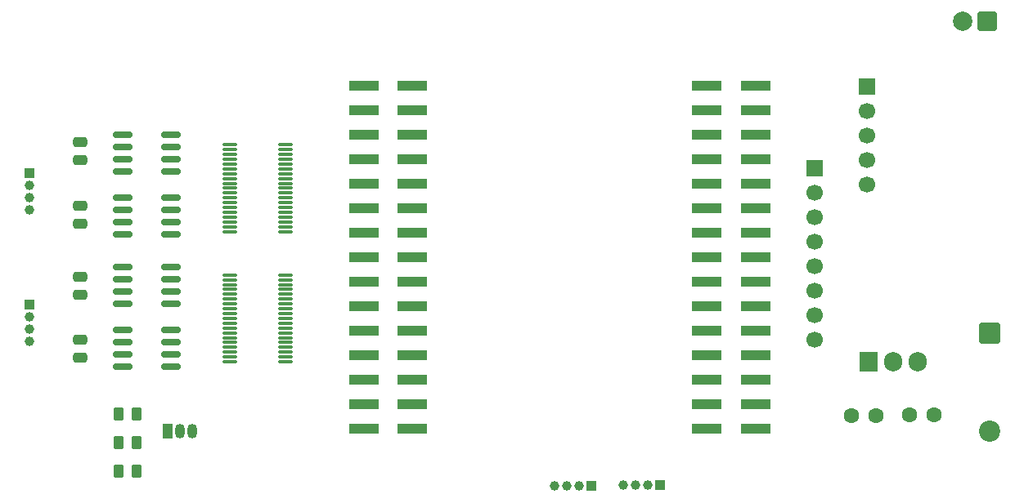
<source format=gbr>
%TF.GenerationSoftware,KiCad,Pcbnew,9.0.7*%
%TF.CreationDate,2026-02-19T21:01:26-05:00*%
%TF.ProjectId,DAC8822,44414338-3832-4322-9e6b-696361645f70,rev?*%
%TF.SameCoordinates,Original*%
%TF.FileFunction,Soldermask,Top*%
%TF.FilePolarity,Negative*%
%FSLAX46Y46*%
G04 Gerber Fmt 4.6, Leading zero omitted, Abs format (unit mm)*
G04 Created by KiCad (PCBNEW 9.0.7) date 2026-02-19 21:01:26*
%MOMM*%
%LPD*%
G01*
G04 APERTURE LIST*
G04 Aperture macros list*
%AMRoundRect*
0 Rectangle with rounded corners*
0 $1 Rounding radius*
0 $2 $3 $4 $5 $6 $7 $8 $9 X,Y pos of 4 corners*
0 Add a 4 corners polygon primitive as box body*
4,1,4,$2,$3,$4,$5,$6,$7,$8,$9,$2,$3,0*
0 Add four circle primitives for the rounded corners*
1,1,$1+$1,$2,$3*
1,1,$1+$1,$4,$5*
1,1,$1+$1,$6,$7*
1,1,$1+$1,$8,$9*
0 Add four rect primitives between the rounded corners*
20,1,$1+$1,$2,$3,$4,$5,0*
20,1,$1+$1,$4,$5,$6,$7,0*
20,1,$1+$1,$6,$7,$8,$9,0*
20,1,$1+$1,$8,$9,$2,$3,0*%
G04 Aperture macros list end*
%ADD10R,1.000000X1.000000*%
%ADD11C,1.000000*%
%ADD12RoundRect,0.150000X0.825000X0.150000X-0.825000X0.150000X-0.825000X-0.150000X0.825000X-0.150000X0*%
%ADD13RoundRect,0.075000X-0.662500X-0.075000X0.662500X-0.075000X0.662500X0.075000X-0.662500X0.075000X0*%
%ADD14RoundRect,0.250000X-0.475000X0.250000X-0.475000X-0.250000X0.475000X-0.250000X0.475000X0.250000X0*%
%ADD15R,1.050000X1.500000*%
%ADD16O,1.050000X1.500000*%
%ADD17RoundRect,0.249999X-0.850001X0.850001X-0.850001X-0.850001X0.850001X-0.850001X0.850001X0.850001X0*%
%ADD18C,2.200000*%
%ADD19R,1.905000X2.000000*%
%ADD20O,1.905000X2.000000*%
%ADD21R,1.700000X1.700000*%
%ADD22C,1.700000*%
%ADD23RoundRect,0.250000X-0.262500X-0.450000X0.262500X-0.450000X0.262500X0.450000X-0.262500X0.450000X0*%
%ADD24C,1.600000*%
%ADD25RoundRect,0.250000X0.750000X0.750000X-0.750000X0.750000X-0.750000X-0.750000X0.750000X-0.750000X0*%
%ADD26C,2.000000*%
%ADD27R,3.150000X1.000000*%
G04 APERTURE END LIST*
D10*
%TO.C,J5*%
X144000000Y-124400000D03*
D11*
X142730000Y-124400000D03*
X141460000Y-124400000D03*
X140190000Y-124400000D03*
%TD*%
D12*
%TO.C,U6*%
X100450000Y-105500000D03*
X100450000Y-104230000D03*
X100450000Y-102960000D03*
X100450000Y-101690000D03*
X95500000Y-101690000D03*
X95500000Y-102960000D03*
X95500000Y-104230000D03*
X95500000Y-105500000D03*
%TD*%
D13*
%TO.C,U2*%
X106575000Y-89000000D03*
X106575000Y-89500000D03*
X106575000Y-90000000D03*
X106575000Y-90500000D03*
X106575000Y-91000000D03*
X106575000Y-91500000D03*
X106575000Y-92000000D03*
X106575000Y-92500000D03*
X106575000Y-93000000D03*
X106575000Y-93500000D03*
X106575000Y-94000000D03*
X106575000Y-94500000D03*
X106575000Y-95000000D03*
X106575000Y-95500000D03*
X106575000Y-96000000D03*
X106575000Y-96500000D03*
X106575000Y-97000000D03*
X106575000Y-97500000D03*
X106575000Y-98000000D03*
X112300000Y-98000000D03*
X112300000Y-97500000D03*
X112300000Y-97000000D03*
X112300000Y-96500000D03*
X112300000Y-96000000D03*
X112300000Y-95500000D03*
X112300000Y-95000000D03*
X112300000Y-94500000D03*
X112300000Y-94000000D03*
X112300000Y-93500000D03*
X112300000Y-93000000D03*
X112300000Y-92500000D03*
X112300000Y-92000000D03*
X112300000Y-91500000D03*
X112300000Y-91000000D03*
X112300000Y-90500000D03*
X112300000Y-90000000D03*
X112300000Y-89500000D03*
X112300000Y-89000000D03*
%TD*%
D14*
%TO.C,C4*%
X91045000Y-109195000D03*
X91045000Y-111095000D03*
%TD*%
D12*
%TO.C,U4*%
X100450000Y-91750000D03*
X100450000Y-90480000D03*
X100450000Y-89210000D03*
X100450000Y-87940000D03*
X95500000Y-87940000D03*
X95500000Y-89210000D03*
X95500000Y-90480000D03*
X95500000Y-91750000D03*
%TD*%
D15*
%TO.C,U10*%
X100160000Y-118680000D03*
D16*
X101430000Y-118680000D03*
X102700000Y-118680000D03*
%TD*%
D14*
%TO.C,C3*%
X91045000Y-102695000D03*
X91045000Y-104595000D03*
%TD*%
D17*
%TO.C,D1*%
X185200000Y-108500000D03*
D18*
X185200000Y-118660000D03*
%TD*%
D19*
%TO.C,U8*%
X172660000Y-111500000D03*
D20*
X175200000Y-111500000D03*
X177740000Y-111500000D03*
%TD*%
D12*
%TO.C,U7*%
X100450000Y-112000000D03*
X100450000Y-110730000D03*
X100450000Y-109460000D03*
X100450000Y-108190000D03*
X95500000Y-108190000D03*
X95500000Y-109460000D03*
X95500000Y-110730000D03*
X95500000Y-112000000D03*
%TD*%
D21*
%TO.C,U9*%
X172500000Y-83000000D03*
D22*
X172500000Y-85540000D03*
X172500000Y-88080000D03*
X172500000Y-90620000D03*
X172500000Y-93160000D03*
%TD*%
D23*
%TO.C,R3*%
X95057500Y-122800000D03*
X96882500Y-122800000D03*
%TD*%
D24*
%TO.C,C6*%
X170950000Y-117050000D03*
X173450000Y-117050000D03*
%TD*%
D25*
%TO.C,J4*%
X185000000Y-76200000D03*
D26*
X182460000Y-76200000D03*
%TD*%
D27*
%TO.C,U3*%
X120437184Y-82858885D03*
X125487184Y-82858885D03*
X120437184Y-85398885D03*
X125487184Y-85398885D03*
X120437184Y-87938885D03*
X125487184Y-87938885D03*
X120437184Y-90478885D03*
X125487184Y-90478885D03*
X120437184Y-93018885D03*
X125487184Y-93018885D03*
X120437184Y-95558885D03*
X125487184Y-95558885D03*
X120437184Y-98098885D03*
X125487184Y-98098885D03*
X120437184Y-100638885D03*
X125487184Y-100638885D03*
X120437184Y-103178885D03*
X125487184Y-103178885D03*
X120437184Y-105718885D03*
X125487184Y-105718885D03*
X120437184Y-108258885D03*
X125487184Y-108258885D03*
X120437184Y-110798885D03*
X125487184Y-110798885D03*
X120437184Y-113338885D03*
X125487184Y-113338885D03*
X120437184Y-115878885D03*
X125487184Y-115878885D03*
X120437184Y-118418885D03*
X125487184Y-118418885D03*
X155967184Y-118418885D03*
X161017184Y-118418885D03*
X155967184Y-115878885D03*
X161017184Y-115878885D03*
X155967184Y-113338885D03*
X161017184Y-113338885D03*
X155967184Y-110798885D03*
X161017184Y-110798885D03*
X155967184Y-108258885D03*
X161017184Y-108258885D03*
X155967184Y-105718885D03*
X161017184Y-105718885D03*
X155967184Y-103178885D03*
X161017184Y-103178885D03*
X155967184Y-100638885D03*
X161017184Y-100638885D03*
X155967184Y-98098885D03*
X161017184Y-98098885D03*
X155967184Y-95558885D03*
X161017184Y-95558885D03*
X155967184Y-93018885D03*
X161017184Y-93018885D03*
X155967184Y-90478885D03*
X161017184Y-90478885D03*
X155967184Y-87938885D03*
X161017184Y-87938885D03*
X155967184Y-85398885D03*
X161017184Y-85398885D03*
X155967184Y-82858885D03*
X161017184Y-82858885D03*
%TD*%
D10*
%TO.C,J3*%
X85800000Y-105600000D03*
D11*
X85800000Y-106870000D03*
X85800000Y-108140000D03*
X85800000Y-109410000D03*
%TD*%
D10*
%TO.C,J6*%
X151100000Y-124300000D03*
D11*
X149830000Y-124300000D03*
X148560000Y-124300000D03*
X147290000Y-124300000D03*
%TD*%
D24*
%TO.C,C5*%
X176950000Y-117000000D03*
X179450000Y-117000000D03*
%TD*%
D12*
%TO.C,U5*%
X100450000Y-98250000D03*
X100450000Y-96980000D03*
X100450000Y-95710000D03*
X100450000Y-94440000D03*
X95500000Y-94440000D03*
X95500000Y-95710000D03*
X95500000Y-96980000D03*
X95500000Y-98250000D03*
%TD*%
D23*
%TO.C,R2*%
X95057500Y-119850000D03*
X96882500Y-119850000D03*
%TD*%
D14*
%TO.C,C1*%
X91045000Y-88695000D03*
X91045000Y-90595000D03*
%TD*%
D23*
%TO.C,R1*%
X95057500Y-116900000D03*
X96882500Y-116900000D03*
%TD*%
D13*
%TO.C,U1*%
X106575000Y-102500000D03*
X106575000Y-103000000D03*
X106575000Y-103500000D03*
X106575000Y-104000000D03*
X106575000Y-104500000D03*
X106575000Y-105000000D03*
X106575000Y-105500000D03*
X106575000Y-106000000D03*
X106575000Y-106500000D03*
X106575000Y-107000000D03*
X106575000Y-107500000D03*
X106575000Y-108000000D03*
X106575000Y-108500000D03*
X106575000Y-109000000D03*
X106575000Y-109500000D03*
X106575000Y-110000000D03*
X106575000Y-110500000D03*
X106575000Y-111000000D03*
X106575000Y-111500000D03*
X112300000Y-111500000D03*
X112300000Y-111000000D03*
X112300000Y-110500000D03*
X112300000Y-110000000D03*
X112300000Y-109500000D03*
X112300000Y-109000000D03*
X112300000Y-108500000D03*
X112300000Y-108000000D03*
X112300000Y-107500000D03*
X112300000Y-107000000D03*
X112300000Y-106500000D03*
X112300000Y-106000000D03*
X112300000Y-105500000D03*
X112300000Y-105000000D03*
X112300000Y-104500000D03*
X112300000Y-104000000D03*
X112300000Y-103500000D03*
X112300000Y-103000000D03*
X112300000Y-102500000D03*
%TD*%
D14*
%TO.C,C2*%
X91045000Y-95315000D03*
X91045000Y-97215000D03*
%TD*%
D10*
%TO.C,J2*%
X85800000Y-91900000D03*
D11*
X85800000Y-93170000D03*
X85800000Y-94440000D03*
X85800000Y-95710000D03*
%TD*%
D21*
%TO.C,J1*%
X167100000Y-91420000D03*
D22*
X167100000Y-93960000D03*
X167100000Y-96500000D03*
X167100000Y-99040000D03*
X167100000Y-101580000D03*
X167100000Y-104120000D03*
X167100000Y-106660000D03*
X167100000Y-109200000D03*
%TD*%
M02*

</source>
